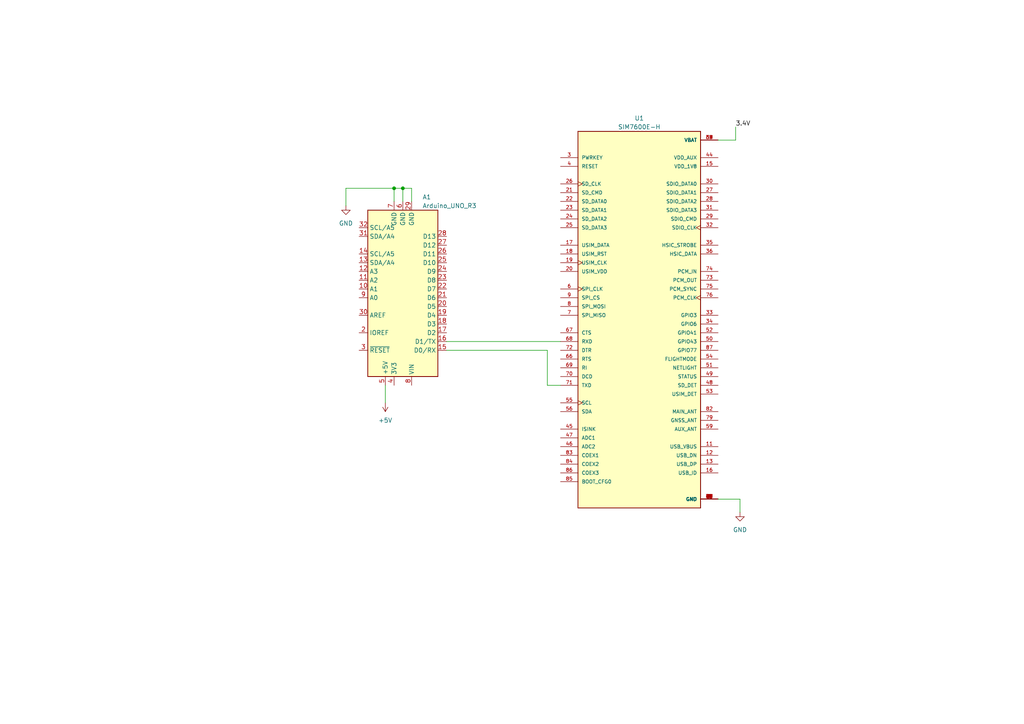
<source format=kicad_sch>
(kicad_sch (version 20230121) (generator eeschema)
  (paper "A4")
  (lib_symbols
    (symbol "MCU_Module:Arduino_UNO_R3"
      (property "Reference" "A" (at -10.16 23.495 0))
      (property "Value" "Arduino_UNO_R3" (at 5.08 -26.67 0))
      (symbol "Arduino_UNO_R3_0_1"
        (rectangle (start -10.16 22.86) (end 10.16 -25.4) (stroke (width 0.254)) (fill (type background)))
      )
      (symbol "Arduino_UNO_R3_1_1"
        (pin no_connect line (at -10.16 -20.32 0) (length 2.54) hide (name "NC") (number "1"))
        (pin bidirectional line (at 12.7 -2.54 180) (length 2.54) (name "A1") (number "10"))
        (pin bidirectional line (at 12.7 -5.08 180) (length 2.54) (name "A2") (number "11"))
        (pin bidirectional line (at 12.7 -7.62 180) (length 2.54) (name "A3") (number "12"))
        (pin bidirectional line (at 12.7 -10.16 180) (length 2.54) (name "SDA/A4") (number "13"))
        (pin bidirectional line (at 12.7 -12.7 180) (length 2.54) (name "SCL/A5") (number "14"))
        (pin bidirectional line (at -12.7 15.24 0) (length 2.54) (name "D0/RX") (number "15"))
        (pin bidirectional line (at -12.7 12.7 0) (length 2.54) (name "D1/TX") (number "16"))
        (pin bidirectional line (at -12.7 10.16 0) (length 2.54) (name "D2") (number "17"))
        (pin bidirectional line (at -12.7 7.62 0) (length 2.54) (name "D3") (number "18"))
        (pin bidirectional line (at -12.7 5.08 0) (length 2.54) (name "D4") (number "19"))
        (pin output line (at 12.7 10.16 180) (length 2.54) (name "IOREF") (number "2"))
        (pin bidirectional line (at -12.7 2.54 0) (length 2.54) (name "D5") (number "20"))
        (pin bidirectional line (at -12.7 0 0) (length 2.54) (name "D6") (number "21"))
        (pin bidirectional line (at -12.7 -2.54 0) (length 2.54) (name "D7") (number "22"))
        (pin bidirectional line (at -12.7 -5.08 0) (length 2.54) (name "D8") (number "23"))
        (pin bidirectional line (at -12.7 -7.62 0) (length 2.54) (name "D9") (number "24"))
        (pin bidirectional line (at -12.7 -10.16 0) (length 2.54) (name "D10") (number "25"))
        (pin bidirectional line (at -12.7 -12.7 0) (length 2.54) (name "D11") (number "26"))
        (pin bidirectional line (at -12.7 -15.24 0) (length 2.54) (name "D12") (number "27"))
        (pin bidirectional line (at -12.7 -17.78 0) (length 2.54) (name "D13") (number "28"))
        (pin power_in line (at -2.54 -27.94 90) (length 2.54) (name "GND") (number "29"))
        (pin input line (at 12.7 15.24 180) (length 2.54) (name "~{RESET}") (number "3"))
        (pin input line (at 12.7 5.08 180) (length 2.54) (name "AREF") (number "30"))
        (pin bidirectional line (at 12.7 -17.78 180) (length 2.54) (name "SDA/A4") (number "31"))
        (pin bidirectional line (at 12.7 -20.32 180) (length 2.54) (name "SCL/A5") (number "32"))
        (pin power_out line (at 2.54 25.4 270) (length 2.54) (name "3V3") (number "4"))
        (pin power_out line (at 5.08 25.4 270) (length 2.54) (name "+5V") (number "5"))
        (pin power_in line (at 0 -27.94 90) (length 2.54) (name "GND") (number "6"))
        (pin power_in line (at 2.54 -27.94 90) (length 2.54) (name "GND") (number "7"))
        (pin power_in line (at -2.54 25.4 270) (length 2.54) (name "VIN") (number "8"))
        (pin bidirectional line (at 12.7 0 180) (length 2.54) (name "A0") (number "9"))
      )
    )
    (symbol "SIM7600E-H:SIM7600E-H" (pin_names (offset 1.016))
      (property "Reference" "U" (at -17.78 56.515 0))
      (property "Value" "SIM7600E-H" (at -17.78 -55.88 0))
      (symbol "SIM7600E-H_0_0"
        (rectangle (start -17.78 -53.34) (end 17.78 55.88) (stroke (width 0.254)) (fill (type background)))
        (pin power_in line (at 22.86 -50.8 180) (length 5.08) (name "GND") (number "1"))
        (pin power_in line (at 22.86 -50.8 180) (length 5.08) (name "GND") (number "10"))
        (pin input line (at 22.86 -35.56 180) (length 5.08) (name "USB_VBUS") (number "11"))
        (pin bidirectional line (at 22.86 -38.1 180) (length 5.08) (name "USB_DN") (number "12"))
        (pin bidirectional line (at 22.86 -40.64 180) (length 5.08) (name "USB_DP") (number "13"))
        (pin power_in line (at 22.86 -50.8 180) (length 5.08) (name "GND") (number "14"))
        (pin output line (at 22.86 45.72 180) (length 5.08) (name "VDD_1V8") (number "15"))
        (pin input line (at 22.86 -43.18 180) (length 5.08) (name "USB_ID") (number "16"))
        (pin bidirectional line (at -22.86 22.86 0) (length 5.08) (name "USIM_DATA") (number "17"))
        (pin output line (at -22.86 20.32 0) (length 5.08) (name "USIM_RST") (number "18"))
        (pin output clock (at -22.86 17.78 0) (length 5.08) (name "USIM_CLK") (number "19"))
        (pin power_in line (at 22.86 -50.8 180) (length 5.08) (name "GND") (number "2"))
        (pin output line (at -22.86 15.24 0) (length 5.08) (name "USIM_VDD") (number "20"))
        (pin output line (at -22.86 38.1 0) (length 5.08) (name "SD_CMD") (number "21"))
        (pin bidirectional line (at -22.86 35.56 0) (length 5.08) (name "SD_DATA0") (number "22"))
        (pin bidirectional line (at -22.86 33.02 0) (length 5.08) (name "SD_DATA1") (number "23"))
        (pin bidirectional line (at -22.86 30.48 0) (length 5.08) (name "SD_DATA2") (number "24"))
        (pin bidirectional line (at -22.86 27.94 0) (length 5.08) (name "SD_DATA3") (number "25"))
        (pin output clock (at -22.86 40.64 0) (length 5.08) (name "SD_CLK") (number "26"))
        (pin bidirectional line (at 22.86 38.1 180) (length 5.08) (name "SDIO_DATA1") (number "27"))
        (pin bidirectional line (at 22.86 35.56 180) (length 5.08) (name "SDIO_DATA2") (number "28"))
        (pin output line (at 22.86 30.48 180) (length 5.08) (name "SDIO_CMD") (number "29"))
        (pin input line (at -22.86 48.26 0) (length 5.08) (name "PWRKEY") (number "3"))
        (pin bidirectional line (at 22.86 40.64 180) (length 5.08) (name "SDIO_DATA0") (number "30"))
        (pin bidirectional line (at 22.86 33.02 180) (length 5.08) (name "SDIO_DATA3") (number "31"))
        (pin output clock (at 22.86 27.94 180) (length 5.08) (name "SDIO_CLK") (number "32"))
        (pin bidirectional line (at 22.86 2.54 180) (length 5.08) (name "GPIO3") (number "33"))
        (pin bidirectional line (at 22.86 0 180) (length 5.08) (name "GPIO6") (number "34"))
        (pin output line (at 22.86 22.86 180) (length 5.08) (name "HSIC_STROBE") (number "35"))
        (pin bidirectional line (at 22.86 20.32 180) (length 5.08) (name "HSIC_DATA") (number "36"))
        (pin power_in line (at 22.86 -50.8 180) (length 5.08) (name "GND") (number "37"))
        (pin power_in line (at 22.86 53.34 180) (length 5.08) (name "VBAT") (number "38"))
        (pin power_in line (at 22.86 53.34 180) (length 5.08) (name "VBAT") (number "39"))
        (pin input line (at -22.86 45.72 0) (length 5.08) (name "RESET") (number "4"))
        (pin power_in line (at 22.86 -50.8 180) (length 5.08) (name "GND") (number "40"))
        (pin power_in line (at 22.86 -50.8 180) (length 5.08) (name "GND") (number "41"))
        (pin power_in line (at 22.86 -50.8 180) (length 5.08) (name "GND") (number "43"))
        (pin output line (at 22.86 48.26 180) (length 5.08) (name "VDD_AUX") (number "44"))
        (pin input line (at -22.86 -30.48 0) (length 5.08) (name "ISINK") (number "45"))
        (pin input line (at -22.86 -35.56 0) (length 5.08) (name "ADC2") (number "46"))
        (pin input line (at -22.86 -33.02 0) (length 5.08) (name "ADC1") (number "47"))
        (pin bidirectional line (at 22.86 -17.78 180) (length 5.08) (name "SD_DET") (number "48"))
        (pin output line (at 22.86 -15.24 180) (length 5.08) (name "STATUS") (number "49"))
        (pin power_in line (at 22.86 -50.8 180) (length 5.08) (name "GND") (number "5"))
        (pin bidirectional line (at 22.86 -5.08 180) (length 5.08) (name "GPIO43") (number "50"))
        (pin output line (at 22.86 -12.7 180) (length 5.08) (name "NETLIGHT") (number "51"))
        (pin bidirectional line (at 22.86 -2.54 180) (length 5.08) (name "GPIO41") (number "52"))
        (pin bidirectional line (at 22.86 -20.32 180) (length 5.08) (name "USIM_DET") (number "53"))
        (pin input line (at 22.86 -10.16 180) (length 5.08) (name "FLIGHTMODE") (number "54"))
        (pin output clock (at -22.86 -22.86 0) (length 5.08) (name "SCL") (number "55"))
        (pin bidirectional line (at -22.86 -25.4 0) (length 5.08) (name "SDA") (number "56"))
        (pin power_in line (at 22.86 -50.8 180) (length 5.08) (name "GND") (number "57"))
        (pin power_in line (at 22.86 -50.8 180) (length 5.08) (name "GND") (number "58"))
        (pin input line (at 22.86 -30.48 180) (length 5.08) (name "AUX_ANT") (number "59"))
        (pin output clock (at -22.86 10.16 0) (length 5.08) (name "SPI_CLK") (number "6"))
        (pin power_in line (at 22.86 -50.8 180) (length 5.08) (name "GND") (number "60"))
        (pin power_in line (at 22.86 -50.8 180) (length 5.08) (name "GND") (number "61"))
        (pin power_in line (at 22.86 53.34 180) (length 5.08) (name "VBAT") (number "62"))
        (pin power_in line (at 22.86 53.34 180) (length 5.08) (name "VBAT") (number "63"))
        (pin power_in line (at 22.86 -50.8 180) (length 5.08) (name "GND") (number "64"))
        (pin power_in line (at 22.86 -50.8 180) (length 5.08) (name "GND") (number "65"))
        (pin output line (at -22.86 -10.16 0) (length 5.08) (name "RTS") (number "66"))
        (pin input line (at -22.86 -2.54 0) (length 5.08) (name "CTS") (number "67"))
        (pin input line (at -22.86 -5.08 0) (length 5.08) (name "RXD") (number "68"))
        (pin output line (at -22.86 -12.7 0) (length 5.08) (name "RI") (number "69"))
        (pin input line (at -22.86 2.54 0) (length 5.08) (name "SPI_MISO") (number "7"))
        (pin output line (at -22.86 -15.24 0) (length 5.08) (name "DCD") (number "70"))
        (pin output line (at -22.86 -17.78 0) (length 5.08) (name "TXD") (number "71"))
        (pin input line (at -22.86 -7.62 0) (length 5.08) (name "DTR") (number "72"))
        (pin output line (at 22.86 12.7 180) (length 5.08) (name "PCM_OUT") (number "73"))
        (pin input line (at 22.86 15.24 180) (length 5.08) (name "PCM_IN") (number "74"))
        (pin output line (at 22.86 10.16 180) (length 5.08) (name "PCM_SYNC") (number "75"))
        (pin output clock (at 22.86 7.62 180) (length 5.08) (name "PCM_CLK") (number "76"))
        (pin power_in line (at 22.86 -50.8 180) (length 5.08) (name "GND") (number "77"))
        (pin power_in line (at 22.86 -50.8 180) (length 5.08) (name "GND") (number "78"))
        (pin bidirectional line (at 22.86 -27.94 180) (length 5.08) (name "GNSS_ANT") (number "79"))
        (pin output line (at -22.86 5.08 0) (length 5.08) (name "SPI_MOSI") (number "8"))
        (pin power_in line (at 22.86 -50.8 180) (length 5.08) (name "GND") (number "80"))
        (pin power_in line (at 22.86 -50.8 180) (length 5.08) (name "GND") (number "81"))
        (pin bidirectional line (at 22.86 -25.4 180) (length 5.08) (name "MAIN_ANT") (number "82"))
        (pin bidirectional line (at -22.86 -38.1 0) (length 5.08) (name "COEX1") (number "83"))
        (pin bidirectional line (at -22.86 -40.64 0) (length 5.08) (name "COEX2") (number "84"))
        (pin input line (at -22.86 -45.72 0) (length 5.08) (name "BOOT_CFG0") (number "85"))
        (pin bidirectional line (at -22.86 -43.18 0) (length 5.08) (name "COEX3") (number "86"))
        (pin bidirectional line (at 22.86 -7.62 180) (length 5.08) (name "GPIO77") (number "87"))
        (pin output line (at -22.86 7.62 0) (length 5.08) (name "SPI_CS") (number "9"))
      )
    )
    (symbol "power:+5V" (power) (pin_names (offset 0))
      (property "Value" "+5V" (at 0 3.556 0))
      (symbol "+5V_0_1"
        (polyline (pts (xy -0.762 1.27) (xy 0 2.54)))
        (polyline (pts (xy 0 0) (xy 0 2.54)))
        (polyline (pts (xy 0 2.54) (xy 0.762 1.27)))
      )
      (symbol "+5V_1_1"
        (pin power_in line (at 0 0 90) (length 0) hide (name "+5V") (number "1"))
      )
    )
    (symbol "power:GND" (power) (pin_names (offset 0))
      (property "Value" "GND" (at 0 -3.81 0))
      (symbol "GND_0_1"
        (polyline (pts (xy 0 0) (xy 0 -1.27) (xy 1.27 -1.27) (xy 0 -2.54) (xy -1.27 -1.27) (xy 0 -1.27)))
      )
      (symbol "GND_1_1"
        (pin power_in line (at 0 0 270) (length 0) hide (name "GND") (number "1"))
      )
    )
  )
  (junction (at 116.84 54.61))
  (junction (at 114.3 54.61))
  (wire (pts (xy 158.75 101.6) (xy 158.75 111.76)))
  (wire (pts (xy 158.75 111.76) (xy 162.56 111.76)))
  (wire (pts (xy 214.63 144.78) (xy 214.63 148.59)))
  (wire (pts (xy 100.33 54.61) (xy 100.33 59.69)))
  (wire (pts (xy 114.3 58.42) (xy 114.3 54.61)))
  (wire (pts (xy 208.28 144.78) (xy 214.63 144.78)))
  (wire (pts (xy 129.54 99.06) (xy 162.56 99.06)))
  (wire (pts (xy 208.28 40.64) (xy 213.36 40.64)))
  (wire (pts (xy 116.84 54.61) (xy 116.84 58.42)))
  (wire (pts (xy 111.76 111.76) (xy 111.76 116.84)))
  (wire (pts (xy 213.36 36.83) (xy 213.36 40.64)))
  (wire (pts (xy 114.3 54.61) (xy 116.84 54.61)))
  (wire (pts (xy 119.38 58.42) (xy 119.38 54.61)))
  (wire (pts (xy 100.33 54.61) (xy 114.3 54.61)))
  (wire (pts (xy 129.54 101.6) (xy 158.75 101.6)))
  (wire (pts (xy 116.84 54.61) (xy 119.38 54.61)))
  (label "3.4V" (at 213.36 36.83 0))
  (symbol (lib_id "power:GND") (at 214.63 148.59 0) (unit 1)
    (property "Reference" "#PWR02" (effects hide))
    (property "Value" "GND" (at 214.63 153.67 0))
  )
  (symbol (lib_id "MCU_Module:Arduino_UNO_R3") (at 116.84 86.36 180) (unit 1)
    (property "Reference" "A1" (at 122.5297 57.15 0) (effects (justify right)))
    (property "Value" "Arduino_UNO_R3" (at 122.5297 59.69 0) (effects (justify right)))
    (property "Footprint" "Module:Arduino_UNO_R3" (effects hide))
    (property "Datasheet" "https://www.arduino.cc/en/Main/arduinoBoardUno" (effects hide))
  )
  (symbol (lib_id "power:+5V") (at 111.76 116.84 180) (unit 1)
    (property "Reference" "#PWR03" (effects hide))
    (property "Value" "+5V" (at 111.76 121.92 0))
  )
  (symbol (lib_id "SIM7600E-H:SIM7600E-H") (at 185.42 93.98 0) (unit 1)
    (property "Reference" "U1" (at 185.42 34.29 0))
    (property "Value" "SIM7600E-H" (at 185.42 36.83 0))
    (property "Footprint" "SIM7600E-H:IC_SIM7600E-H" (effects hide))
    (property "MF" "Simcom" (effects hide))
    (property "Description" "\nCellular EDGE, GPRS, GSM, HSPA+, LTE, UMTS Transceiver Module 900MHz, 1.8GHz Antenna Not Included Surface Mount\n" (effects hide))
    (property "Package" "None" (effects hide))
    (property "Price" "None" (effects hide))
    (property "Check_prices" "https://www.snapeda.com/parts/SIM7600E-H/SIMcom+Wireless+solutions+Co.%252CLtd/view-part/?ref=eda" (effects hide))
    (property "STANDARD" "Manufacturer Recommendations" (effects hide))
    (property "PARTREV" "1.01" (effects hide))
    (property "SnapEDA_Link" "https://www.snapeda.com/parts/SIM7600E-H/SIMcom+Wireless+solutions+Co.%252CLtd/view-part/?ref=snap" (effects hide))
    (property "MP" "SIM7600E-H" (effects hide))
    (property "Purchase-URL" "https://www.snapeda.com/api/url_track_click_mouser/?unipart_id=2758290&manufacturer=Simcom&part_name=SIM7600E-H&search_term=None" (effects hide))
    (property "Availability" "In Stock" (effects hide))
    (property "MANUFACTURER" "SIMCom" (effects hide))
  )
  (symbol (lib_id "power:GND") (at 100.33 59.69 0) (unit 1)
    (property "Reference" "#PWR01" (effects hide))
    (property "Value" "GND" (at 100.33 64.77 0))
  )
)
</source>
